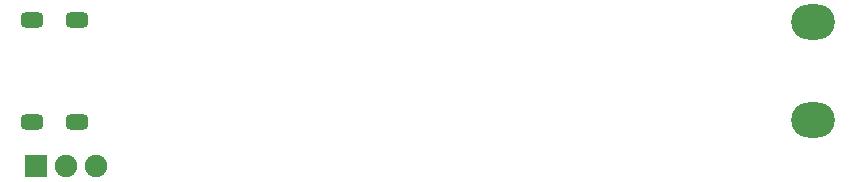
<source format=gbs>
G04*
G04 #@! TF.GenerationSoftware,Altium Limited,Altium Designer,22.1.2 (22)*
G04*
G04 Layer_Color=16711935*
%FSLAX25Y25*%
%MOIN*%
G70*
G04*
G04 #@! TF.SameCoordinates,174BC2DA-B873-4BC2-8B21-C8E9C5FF9B9E*
G04*
G04*
G04 #@! TF.FilePolarity,Negative*
G04*
G01*
G75*
%ADD52O,0.14580X0.11824*%
%ADD53R,0.07493X0.07493*%
%ADD54C,0.07493*%
G04:AMPARAMS|DCode=55|XSize=51.31mil|YSize=74.93mil|CornerRadius=14.83mil|HoleSize=0mil|Usage=FLASHONLY|Rotation=270.000|XOffset=0mil|YOffset=0mil|HoleType=Round|Shape=RoundedRectangle|*
%AMROUNDEDRECTD55*
21,1,0.05131,0.04528,0,0,270.0*
21,1,0.02165,0.07493,0,0,270.0*
1,1,0.02965,-0.02264,-0.01083*
1,1,0.02965,-0.02264,0.01083*
1,1,0.02965,0.02264,0.01083*
1,1,0.02965,0.02264,-0.01083*
%
%ADD55ROUNDEDRECTD55*%
G04:AMPARAMS|DCode=56|XSize=74.93mil|YSize=51.31mil|CornerRadius=14.83mil|HoleSize=0mil|Usage=FLASHONLY|Rotation=180.000|XOffset=0mil|YOffset=0mil|HoleType=Round|Shape=RoundedRectangle|*
%AMROUNDEDRECTD56*
21,1,0.07493,0.02165,0,0,180.0*
21,1,0.04528,0.05131,0,0,180.0*
1,1,0.02965,-0.02264,0.01083*
1,1,0.02965,0.02264,0.01083*
1,1,0.02965,0.02264,-0.01083*
1,1,0.02965,-0.02264,-0.01083*
%
%ADD56ROUNDEDRECTD56*%
D52*
X266600Y55660D02*
D03*
Y23000D02*
D03*
D53*
X7500Y7500D02*
D03*
D54*
X17500D02*
D03*
X27500D02*
D03*
D55*
X6237Y22412D02*
D03*
Y56428D02*
D03*
D56*
X21198Y22412D02*
D03*
Y56428D02*
D03*
M02*

</source>
